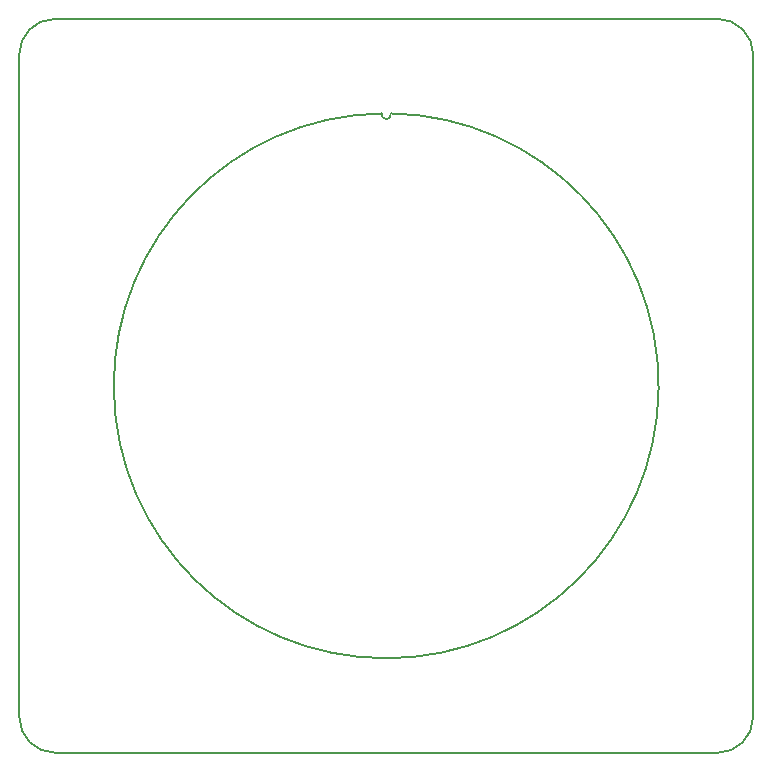
<source format=gbr>
%TF.GenerationSoftware,KiCad,Pcbnew,8.0.1*%
%TF.CreationDate,2024-05-01T12:00:52+09:00*%
%TF.ProjectId,trackpad_holder,74726163-6b70-4616-945f-686f6c646572,v1.0.0*%
%TF.SameCoordinates,Original*%
%TF.FileFunction,Profile,NP*%
%FSLAX46Y46*%
G04 Gerber Fmt 4.6, Leading zero omitted, Abs format (unit mm)*
G04 Created by KiCad (PCBNEW 8.0.1) date 2024-05-01 12:00:52*
%MOMM*%
%LPD*%
G01*
G04 APERTURE LIST*
%TA.AperFunction,Profile*%
%ADD10C,0.150000*%
%TD*%
G04 APERTURE END LIST*
D10*
X177781305Y-146395776D02*
X233911305Y-146395776D01*
X236911305Y-143395776D02*
G75*
G02*
X233911305Y-146395776I-3000000J0D01*
G01*
X236911305Y-143395776D02*
X236911305Y-87265776D01*
X233911305Y-84265776D02*
G75*
G02*
X236911305Y-87265776I0J-3000000D01*
G01*
X233911305Y-84265776D02*
X177781305Y-84265776D01*
X174781305Y-87265776D02*
G75*
G02*
X177781305Y-84265776I3000000J0D01*
G01*
X174781305Y-87265776D02*
X174781305Y-143395776D01*
X177781305Y-146395776D02*
G75*
G02*
X174781305Y-143395776I0J3000000D01*
G01*
X206234432Y-92269043D02*
G75*
G02*
X205458178Y-92269043I-388127J-23061733D01*
G01*
X206234432Y-92269042D02*
G75*
G02*
X205458178Y-92269042I-388127J-96734D01*
G01*
M02*

</source>
